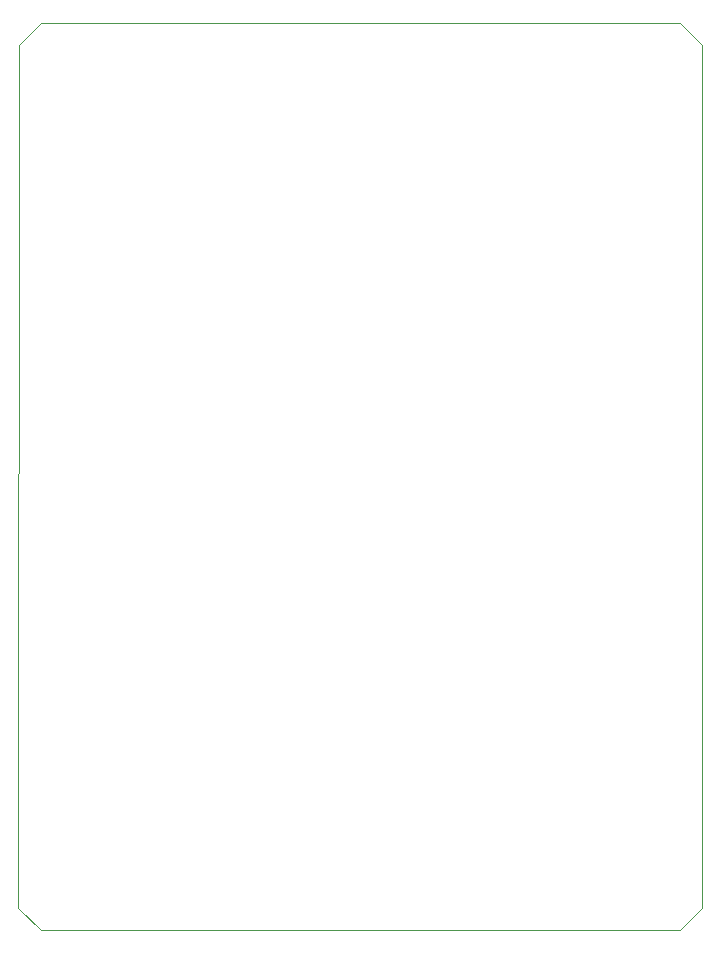
<source format=gbr>
%TF.GenerationSoftware,KiCad,Pcbnew,6.0.9-8da3e8f707~117~ubuntu18.04.1*%
%TF.CreationDate,2023-01-21T20:22:22-05:00*%
%TF.ProjectId,makers-motor-board,6d616b65-7273-42d6-9d6f-746f722d626f,rev?*%
%TF.SameCoordinates,Original*%
%TF.FileFunction,Profile,NP*%
%FSLAX46Y46*%
G04 Gerber Fmt 4.6, Leading zero omitted, Abs format (unit mm)*
G04 Created by KiCad (PCBNEW 6.0.9-8da3e8f707~117~ubuntu18.04.1) date 2023-01-21 20:22:22*
%MOMM*%
%LPD*%
G01*
G04 APERTURE LIST*
%TA.AperFunction,Profile*%
%ADD10C,0.100000*%
%TD*%
G04 APERTURE END LIST*
D10*
X124312800Y-73000000D02*
X122437500Y-74875000D01*
X124312500Y-149750000D02*
X122362500Y-147875000D01*
X180312500Y-147875000D02*
X178437500Y-149750000D01*
X178437500Y-73000000D02*
X180312500Y-74875000D01*
X178437500Y-73000000D02*
X124312800Y-73000000D01*
X180312500Y-147875000D02*
X180312500Y-74875000D01*
X124312500Y-149750000D02*
X178437500Y-149750000D01*
X122437500Y-74875000D02*
X122362500Y-147875000D01*
M02*

</source>
